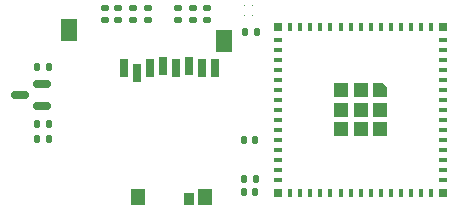
<source format=gtp>
G04 #@! TF.GenerationSoftware,KiCad,Pcbnew,9.0.2*
G04 #@! TF.CreationDate,2026-01-05T11:11:59+01:00*
G04 #@! TF.ProjectId,switch,73776974-6368-42e6-9b69-6361645f7063,rev?*
G04 #@! TF.SameCoordinates,Original*
G04 #@! TF.FileFunction,Paste,Top*
G04 #@! TF.FilePolarity,Positive*
%FSLAX46Y46*%
G04 Gerber Fmt 4.6, Leading zero omitted, Abs format (unit mm)*
G04 Created by KiCad (PCBNEW 9.0.2) date 2026-01-05 11:11:59*
%MOMM*%
%LPD*%
G01*
G04 APERTURE LIST*
G04 Aperture macros list*
%AMRoundRect*
0 Rectangle with rounded corners*
0 $1 Rounding radius*
0 $2 $3 $4 $5 $6 $7 $8 $9 X,Y pos of 4 corners*
0 Add a 4 corners polygon primitive as box body*
4,1,4,$2,$3,$4,$5,$6,$7,$8,$9,$2,$3,0*
0 Add four circle primitives for the rounded corners*
1,1,$1+$1,$2,$3*
1,1,$1+$1,$4,$5*
1,1,$1+$1,$6,$7*
1,1,$1+$1,$8,$9*
0 Add four rect primitives between the rounded corners*
20,1,$1+$1,$2,$3,$4,$5,0*
20,1,$1+$1,$4,$5,$6,$7,0*
20,1,$1+$1,$6,$7,$8,$9,0*
20,1,$1+$1,$8,$9,$2,$3,0*%
%AMOutline5P*
0 Free polygon, 5 corners , with rotation*
0 The origin of the aperture is its center*
0 number of corners: always 5*
0 $1 to $10 corner X, Y*
0 $11 Rotation angle, in degrees counterclockwise*
0 create outline with 5 corners*
4,1,5,$1,$2,$3,$4,$5,$6,$7,$8,$9,$10,$1,$2,$11*%
%AMOutline6P*
0 Free polygon, 6 corners , with rotation*
0 The origin of the aperture is its center*
0 number of corners: always 6*
0 $1 to $12 corner X, Y*
0 $13 Rotation angle, in degrees counterclockwise*
0 create outline with 6 corners*
4,1,6,$1,$2,$3,$4,$5,$6,$7,$8,$9,$10,$11,$12,$1,$2,$13*%
%AMOutline7P*
0 Free polygon, 7 corners , with rotation*
0 The origin of the aperture is its center*
0 number of corners: always 7*
0 $1 to $14 corner X, Y*
0 $15 Rotation angle, in degrees counterclockwise*
0 create outline with 7 corners*
4,1,7,$1,$2,$3,$4,$5,$6,$7,$8,$9,$10,$11,$12,$13,$14,$1,$2,$15*%
%AMOutline8P*
0 Free polygon, 8 corners , with rotation*
0 The origin of the aperture is its center*
0 number of corners: always 8*
0 $1 to $16 corner X, Y*
0 $17 Rotation angle, in degrees counterclockwise*
0 create outline with 8 corners*
4,1,8,$1,$2,$3,$4,$5,$6,$7,$8,$9,$10,$11,$12,$13,$14,$15,$16,$1,$2,$17*%
G04 Aperture macros list end*
%ADD10R,0.050800X0.050800*%
%ADD11R,0.400000X0.800000*%
%ADD12R,0.800000X0.400000*%
%ADD13Outline5P,-0.600000X0.204000X-0.204000X0.600000X0.600000X0.600000X0.600000X-0.600000X-0.600000X-0.600000X270.000000*%
%ADD14R,1.200000X1.200000*%
%ADD15R,0.800000X0.800000*%
%ADD16RoundRect,0.140000X-0.140000X-0.170000X0.140000X-0.170000X0.140000X0.170000X-0.140000X0.170000X0*%
%ADD17RoundRect,0.135000X-0.135000X-0.185000X0.135000X-0.185000X0.135000X0.185000X-0.135000X0.185000X0*%
%ADD18RoundRect,0.150000X0.587500X0.150000X-0.587500X0.150000X-0.587500X-0.150000X0.587500X-0.150000X0*%
%ADD19RoundRect,0.135000X-0.185000X0.135000X-0.185000X-0.135000X0.185000X-0.135000X0.185000X0.135000X0*%
%ADD20RoundRect,0.135000X0.135000X0.185000X-0.135000X0.185000X-0.135000X-0.185000X0.135000X-0.185000X0*%
%ADD21R,0.800000X1.500000*%
%ADD22R,1.300000X1.400000*%
%ADD23R,1.400000X1.900000*%
%ADD24R,0.950000X1.000000*%
G04 APERTURE END LIST*
D10*
G04 #@! TO.C,U3*
X160634799Y-119301999D03*
X161284801Y-119301999D03*
X161284801Y-118442001D03*
X160634799Y-118442001D03*
G04 #@! TD*
D11*
G04 #@! TO.C,U2*
X176374000Y-120254000D03*
X175524000Y-120254000D03*
X174674000Y-120254000D03*
X173824000Y-120254000D03*
X172974000Y-120254000D03*
X172124000Y-120254000D03*
X171274000Y-120254000D03*
X170424000Y-120254000D03*
X169574000Y-120254000D03*
X168724000Y-120254000D03*
X167874000Y-120254000D03*
X167024000Y-120254000D03*
X166174000Y-120254000D03*
X165324000Y-120254000D03*
X164474000Y-120254000D03*
D12*
X163424000Y-121304000D03*
X163424000Y-122154000D03*
X163424000Y-123004000D03*
X163424000Y-123854000D03*
X163424000Y-124704000D03*
X163424000Y-125554000D03*
X163424000Y-126404000D03*
X163424000Y-127254000D03*
X163424000Y-128104000D03*
X163424000Y-128954000D03*
X163424000Y-129804000D03*
X163424000Y-130654000D03*
X163424000Y-131504000D03*
X163424000Y-132354000D03*
X163424000Y-133204000D03*
D11*
X164474000Y-134254000D03*
X165324000Y-134254000D03*
X166174000Y-134254000D03*
X167024000Y-134254000D03*
X167874000Y-134254000D03*
X168724000Y-134254000D03*
X169574000Y-134254000D03*
X170424000Y-134254000D03*
X171274000Y-134254000D03*
X172124000Y-134254000D03*
X172974000Y-134254000D03*
X173824000Y-134254000D03*
X174674000Y-134254000D03*
X175524000Y-134254000D03*
X176374000Y-134254000D03*
D12*
X177424000Y-133204000D03*
X177424000Y-132354000D03*
X177424000Y-131504000D03*
X177424000Y-130654000D03*
X177424000Y-129804000D03*
X177424000Y-128954000D03*
X177424000Y-128104000D03*
X177424000Y-127254000D03*
X177424000Y-126404000D03*
X177424000Y-125554000D03*
X177424000Y-124704000D03*
X177424000Y-123854000D03*
X177424000Y-123004000D03*
X177424000Y-122154000D03*
X177424000Y-121304000D03*
D13*
X172074000Y-125604000D03*
D14*
X170424000Y-125604000D03*
X168774000Y-125604000D03*
X172074000Y-127254000D03*
X170424000Y-127254000D03*
X168774000Y-127254000D03*
X172074000Y-128904000D03*
X170424000Y-128904000D03*
X168774000Y-128904000D03*
D15*
X177424000Y-120254000D03*
X163424000Y-120254000D03*
X163424000Y-134254000D03*
X177424000Y-134254000D03*
G04 #@! TD*
D16*
G04 #@! TO.C,C4*
X160530600Y-134188200D03*
X161490600Y-134188200D03*
G04 #@! TD*
D17*
G04 #@! TO.C,R10*
X143027700Y-128422400D03*
X144047700Y-128422400D03*
G04 #@! TD*
D18*
G04 #@! TO.C,Q1*
X143431500Y-126934000D03*
X143431500Y-125034000D03*
X141556500Y-125984000D03*
G04 #@! TD*
D19*
G04 #@! TO.C,R2*
X151130000Y-118616000D03*
X151130000Y-119636000D03*
G04 #@! TD*
G04 #@! TO.C,R7*
X157378400Y-118616000D03*
X157378400Y-119636000D03*
G04 #@! TD*
D16*
G04 #@! TO.C,C2*
X160657600Y-120650000D03*
X161617600Y-120650000D03*
G04 #@! TD*
D19*
G04 #@! TO.C,R11*
X148742400Y-118616000D03*
X148742400Y-119636000D03*
G04 #@! TD*
D16*
G04 #@! TO.C,C3*
X160556000Y-129794000D03*
X161516000Y-129794000D03*
G04 #@! TD*
D19*
G04 #@! TO.C,R3*
X152400000Y-118616000D03*
X152400000Y-119636000D03*
G04 #@! TD*
D17*
G04 #@! TO.C,R12*
X160526000Y-133096000D03*
X161546000Y-133096000D03*
G04 #@! TD*
D20*
G04 #@! TO.C,R9*
X144047700Y-123596400D03*
X143027700Y-123596400D03*
G04 #@! TD*
D19*
G04 #@! TO.C,R4*
X154940000Y-118616000D03*
X154940000Y-119636000D03*
G04 #@! TD*
D21*
G04 #@! TO.C,J1*
X150360200Y-123746400D03*
X151460200Y-124146400D03*
X152560200Y-123746400D03*
X153660200Y-123546400D03*
X154760200Y-123746400D03*
X155860200Y-123546400D03*
X156960200Y-123746400D03*
X158060200Y-123746400D03*
D22*
X157250200Y-134606400D03*
X151550200Y-134606400D03*
D23*
X158850200Y-121456400D03*
X145700200Y-120456400D03*
D24*
X155860200Y-134806400D03*
G04 #@! TD*
D19*
G04 #@! TO.C,R6*
X149860000Y-118616000D03*
X149860000Y-119636000D03*
G04 #@! TD*
G04 #@! TO.C,R5*
X156210000Y-118616000D03*
X156210000Y-119636000D03*
G04 #@! TD*
D20*
G04 #@! TO.C,R8*
X144047700Y-129692400D03*
X143027700Y-129692400D03*
G04 #@! TD*
M02*

</source>
